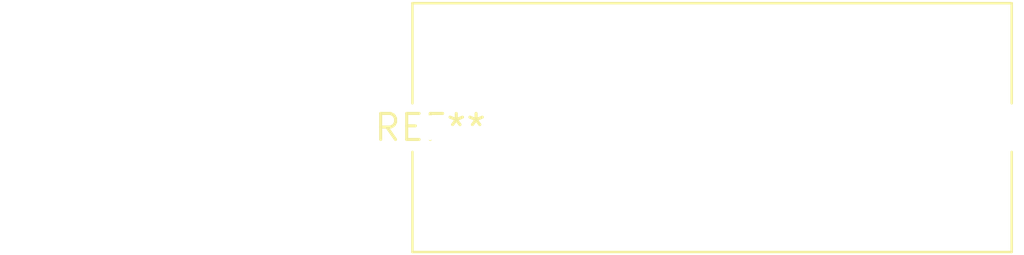
<source format=kicad_pcb>
(kicad_pcb (version 20240108) (generator pcbnew)
  (layers (0 "F.Cu" signal) (31 "B.Cu" signal) (34 "B.Paste" user) (35 "F.Paste" user) (36 "B.SilkS" user "B.Silkscreen") (37 "F.SilkS" user "F.Silkscreen") (38 "B.Mask" user) (39 "F.Mask" user) (44 "Edge.Cuts" user))
  (net 0 "")
  (footprint "C_Rect_L29.0mm_W11.9mm_P27.50mm_MKT" (layer "F.Cu") (at 0 0)
    (property "Reference" "REF**")
    (property "Value" "C_Rect_L29.0mm_W11.9mm_P27.50mm_MKT")
    (fp_line (start -0.87 -6.07) (end -0.87 -1.185) (layer "F.SilkS") (stroke (width 0.12)))
    (fp_line (start -0.87 -6.07) (end 28.37 -6.07) (layer "F.SilkS") (stroke (width 0.12)))
    (fp_line (start -0.87 1.185) (end -0.87 6.07) (layer "F.SilkS") (stroke (width 0.12)))
    (fp_line (start -0.87 6.07) (end 28.37 6.07) (layer "F.SilkS") (stroke (width 0.12)))
    (fp_line (start 28.37 -6.07) (end 28.37 -1.185) (layer "F.SilkS") (stroke (width 0.12)))
    (fp_line (start 28.37 1.185) (end 28.37 6.07) (layer "F.SilkS") (stroke (width 0.12)))
    (pad "1" thru_hole circle (at 0 0) (size 2.4 2.4) (drill 1.2) (layers *.Cu *.Mask) (remove_unused_layers))
    (pad "2" thru_hole circle (at 27.5 0) (size 2.4 2.4) (drill 1.2) (layers *.Cu *.Mask) (remove_unused_layers))
  )
)
</source>
